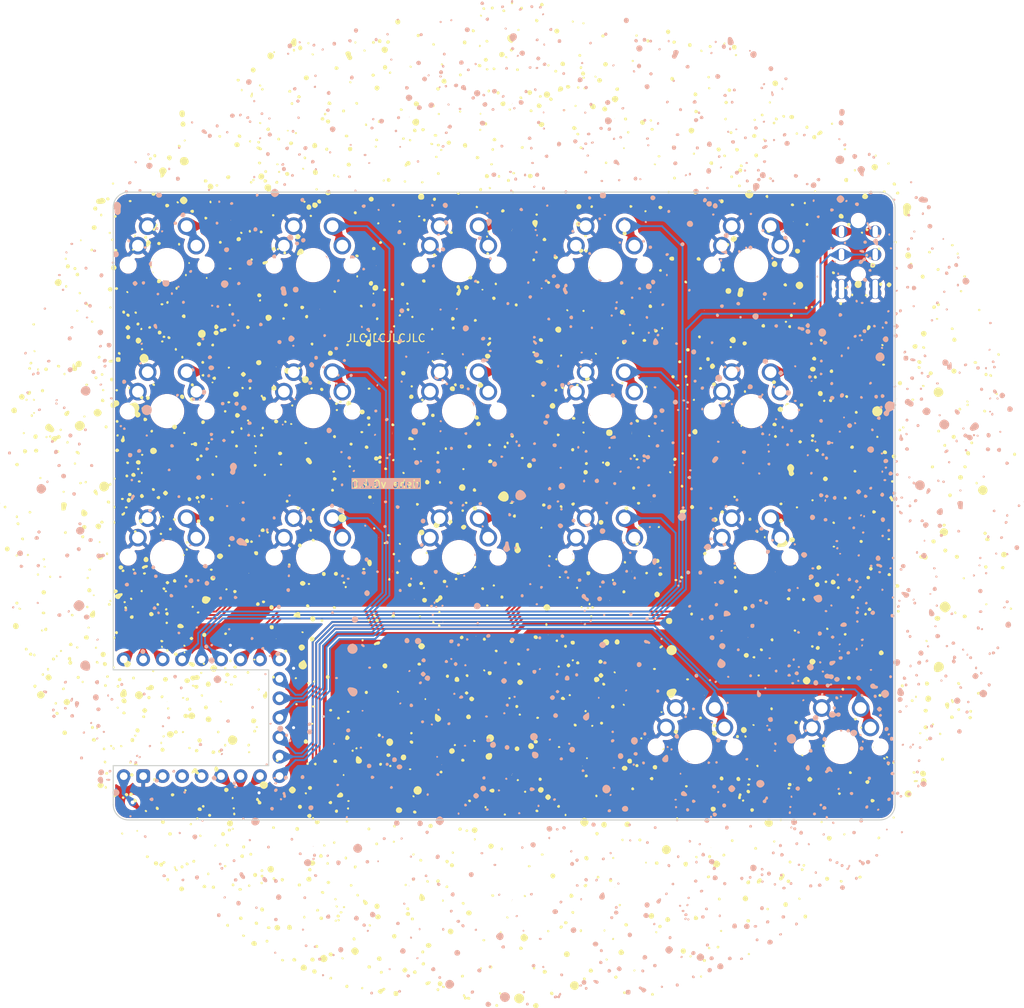
<source format=kicad_pcb>
(kicad_pcb (version 20240108) (generator "pcbnew") (generator_version "8.0")
  (title_block (title "risha") (rev "v1.0.0") (company "Unknown"))
  (layers (0 "F.Cu" signal) (31 "B.Cu" signal) (34 "B.Paste" user) (35 "F.Paste" user) (36 "B.SilkS" user "B.Silkscreen") (37 "F.SilkS" user "F.Silkscreen") (38 "B.Mask" user) (39 "F.Mask" user) (44 "Edge.Cuts" user))
  (net 0 "")
  (net 1 "+5V")
  (net 2 "GND")
  (net 3 "TX")
  (net 4 "K01")
  (net 5 "K02")
  (net 6 "K03")
  (net 7 "K04")
  (net 8 "K05")
  (net 9 "K06")
  (net 10 "K07")
  (net 11 "K08")
  (net 12 "K09")
  (net 13 "K10")
  (net 14 "K11")
  (net 15 "K12")
  (net 16 "K13")
  (net 17 "K14")
  (net 18 "K15")
  (net 19 "K16")
  (net 20 "K17")
  (footprint "risha:SW_MX_Reversible_1u" (layer "F.Cu") (at 133.35 76.2)
    (property "Reference" "MX8" (hide yes))
    (property "Value" "MX_SW_solder" (hide yes))
    (pad "" np_thru_hole circle (at -5.08 0) (size 1.75 1.75) (drill 1.75) (layers "*.Cu" "*.Mask"))
    (pad "" np_thru_hole circle (at 0 0) (size 3.9878 3.9878) (drill 3.9878) (layers "*.Cu" "*.Mask"))
    (pad "" np_thru_hole circle (at 5.08 0) (size 1.75 1.75) (drill 1.75) (layers "*.Cu" "*.Mask"))
    (pad "1" thru_hole circle (at 2.54 -5.08) (size 2.3 2.3) (drill 1.524) (layers "*.Cu" "*.Mask") (net 11 "K08"))
    (pad "1" thru_hole circle (at 3.81 -2.54) (size 2.3 2.3) (drill 1.524) (layers "*.Cu" "*.Mask") (net 11 "K08"))
    (pad "2" thru_hole circle (at -3.81 -2.54) (size 2.3 2.3) (drill 1.524) (layers "*.Cu" "*.Mask") (net 2 "GND"))
    (pad "2" thru_hole circle (at -2.54 -5.08) (size 2.3 2.3) (drill 1.524) (layers "*.Cu" "*.Mask") (net 2 "GND"))
  )
  (footprint "risha:SW_MX_Reversible_1u" (layer "F.Cu") (at 183.2 120.015)
    (property "Reference" "MX17" (hide yes))
    (property "Value" "MX_SW_solder" (hide yes))
    (pad "" np_thru_hole circle (at -5.08 0) (size 1.75 1.75) (drill 1.75) (layers "*.Cu" "*.Mask"))
    (pad "" np_thru_hole circle (at 0 0) (size 3.9878 3.9878) (drill 3.9878) (layers "*.Cu" "*.Mask"))
    (pad "" np_thru_hole circle (at 5.08 0) (size 1.75 1.75) (drill 1.75) (layers "*.Cu" "*.Mask"))
    (pad "1" thru_hole circle (at 2.54 -5.08) (size 2.3 2.3) (drill 1.524) (layers "*.Cu" "*.Mask") (net 20 "K17"))
    (pad "1" thru_hole circle (at 3.81 -2.54) (size 2.3 2.3) (drill 1.524) (layers "*.Cu" "*.Mask") (net 20 "K17"))
    (pad "2" thru_hole circle (at -3.81 -2.54) (size 2.3 2.3) (drill 1.524) (layers "*.Cu" "*.Mask") (net 2 "GND"))
    (pad "2" thru_hole circle (at -2.54 -5.08) (size 2.3 2.3) (drill 1.524) (layers "*.Cu" "*.Mask") (net 2 "GND"))
  )
  (footprint "risha:SW_MX_Reversible_1u" (layer "F.Cu") (at 114.3 95.25)
    (property "Reference" "MX4" (hide yes))
    (property "Value" "MX_SW_solder" (hide yes))
    (pad "" np_thru_hole circle (at -5.08 0) (size 1.75 1.75) (drill 1.75) (layers "*.Cu" "*.Mask"))
    (pad "" np_thru_hole circle (at 0 0) (size 3.9878 3.9878) (drill 3.9878) (layers "*.Cu" "*.Mask"))
    (pad "" np_thru_hole circle (at 5.08 0) (size 1.75 1.75) (drill 1.75) (layers "*.Cu" "*.Mask"))
    (pad "1" thru_hole circle (at 2.54 -5.08) (size 2.3 2.3) (drill 1.524) (layers "*.Cu" "*.Mask") (net 7 "K04"))
    (pad "1" thru_hole circle (at 3.81 -2.54) (size 2.3 2.3) (drill 1.524) (layers "*.Cu" "*.Mask") (net 7 "K04"))
    (pad "2" thru_hole circle (at -3.81 -2.54) (size 2.3 2.3) (drill 1.524) (layers "*.Cu" "*.Mask") (net 2 "GND"))
    (pad "2" thru_hole circle (at -2.54 -5.08) (size 2.3 2.3) (drill 1.524) (layers "*.Cu" "*.Mask") (net 2 "GND"))
  )
  (footprint "risha:SW_MX_Reversible_1u" (layer "F.Cu") (at 152.4 95.25)
    (property "Reference" "MX10" (hide yes))
    (property "Value" "MX_SW_solder" (hide yes))
    (pad "" np_thru_hole circle (at -5.08 0) (size 1.75 1.75) (drill 1.75) (layers "*.Cu" "*.Mask"))
    (pad "" np_thru_hole circle (at 0 0) (size 3.9878 3.9878) (drill 3.9878) (layers "*.Cu" "*.Mask"))
    (pad "" np_thru_hole circle (at 5.08 0) (size 1.75 1.75) (drill 1.75) (layers "*.Cu" "*.Mask"))
    (pad "1" thru_hole circle (at 2.54 -5.08) (size 2.3 2.3) (drill 1.524) (layers "*.Cu" "*.Mask") (net 13 "K10"))
    (pad "1" thru_hole circle (at 3.81 -2.54) (size 2.3 2.3) (drill 1.524) (layers "*.Cu" "*.Mask") (net 13 "K10"))
    (pad "2" thru_hole circle (at -3.81 -2.54) (size 2.3 2.3) (drill 1.524) (layers "*.Cu" "*.Mask") (net 2 "GND"))
    (pad "2" thru_hole circle (at -2.54 -5.08) (size 2.3 2.3) (drill 1.524) (layers "*.Cu" "*.Mask") (net 2 "GND"))
  )
  (footprint "risha:SW_MX_Reversible_1u" (layer "F.Cu") (at 95.25 57.15)
    (property "Reference" "MX3" (hide yes))
    (property "Value" "MX_SW_solder" (hide yes))
    (pad "" np_thru_hole circle (at -5.08 0) (size 1.75 1.75) (drill 1.75) (layers "*.Cu" "*.Mask"))
    (pad "" np_thru_hole circle (at 0 0) (size 3.9878 3.9878) (drill 3.9878) (layers "*.Cu" "*.Mask"))
    (pad "" np_thru_hole circle (at 5.08 0) (size 1.75 1.75) (drill 1.75) (layers "*.Cu" "*.Mask"))
    (pad "1" thru_hole circle (at 2.54 -5.08) (size 2.3 2.3) (drill 1.524) (layers "*.Cu" "*.Mask") (net 6 "K03"))
    (pad "1" thru_hole circle (at 3.81 -2.54) (size 2.3 2.3) (drill 1.524) (layers "*.Cu" "*.Mask") (net 6 "K03"))
    (pad "2" thru_hole circle (at -3.81 -2.54) (size 2.3 2.3) (drill 1.524) (layers "*.Cu" "*.Mask") (net 2 "GND"))
    (pad "2" thru_hole circle (at -2.54 -5.08) (size 2.3 2.3) (drill 1.524) (layers "*.Cu" "*.Mask") (net 2 "GND"))
  )
  (footprint "risha:SW_MX_Reversible_1u" (layer "F.Cu") (at 152.4 57.15)
    (property "Reference" "MX12" (hide yes))
    (property "Value" "MX_SW_solder" (hide yes))
    (pad "" np_thru_hole circle (at -5.08 0) (size 1.75 1.75) (drill 1.75) (layers "*.Cu" "*.Mask"))
    (pad "" np_thru_hole circle (at 0 0) (size 3.9878 3.9878) (drill 3.9878) (layers "*.Cu" "*.Mask"))
    (pad "" np_thru_hole circle (at 5.08 0) (size 1.75 1.75) (drill 1.75) (layers "*.Cu" "*.Mask"))
    (pad "1" thru_hole circle (at 2.54 -5.08) (size 2.3 2.3) (drill 1.524) (layers "*.Cu" "*.Mask") (net 15 "K12"))
    (pad "1" thru_hole circle (at 3.81 -2.54) (size 2.3 2.3) (drill 1.524) (layers "*.Cu" "*.Mask") (net 15 "K12"))
    (pad "2" thru_hole circle (at -3.81 -2.54) (size 2.3 2.3) (drill 1.524) (layers "*.Cu" "*.Mask") (net 2 "GND"))
    (pad "2" thru_hole circle (at -2.54 -5.08) (size 2.3 2.3) (drill 1.524) (layers "*.Cu" "*.Mask") (net 2 "GND"))
  )
  (footprint "risha:SW_MX_Reversible_1u" (layer "F.Cu") (at 171.45 76.2)
    (property "Reference" "MX14" (hide yes))
    (property "Value" "MX_SW_solder" (hide yes))
    (pad "" np_thru_hole circle (at -5.08 0) (size 1.75 1.75) (drill 1.75) (layers "*.Cu" "*.Mask"))
    (pad "" np_thru_hole circle (at 0 0) (size 3.9878 3.9878) (drill 3.9878) (layers "*.Cu" "*.Mask"))
    (pad "" np_thru_hole circle (at 5.08 0) (size 1.75 1.75) (drill 1.75) (layers "*.Cu" "*.Mask"))
    (pad "1" thru_hole circle (at 2.54 -5.08) (size 2.3 2.3) (drill 1.524) (layers "*.Cu" "*.Mask") (net 17 "K14"))
    (pad "1" thru_hole circle (at 3.81 -2.54) (size 2.3 2.3) (drill 1.524) (layers "*.Cu" "*.Mask") (net 17 "K14"))
    (pad "2" thru_hole circle (at -3.81 -2.54) (size 2.3 2.3) (drill 1.524) (layers "*.Cu" "*.Mask") (net 2 "GND"))
    (pad "2" thru_hole circle (at -2.54 -5.08) (size 2.3 2.3) (drill 1.524) (layers "*.Cu" "*.Mask") (net 2 "GND"))
  )
  (footprint "risha:SW_MX_Reversible_1u" (layer "F.Cu") (at 133.35 57.15)
    (property "Reference" "MX9" (hide yes))
    (property "Value" "MX_SW_solder" (hide yes))
    (pad "" np_thru_hole circle (at -5.08 0) (size 1.75 1.75) (drill 1.75) (layers "*.Cu" "*.Mask"))
    (pad "" np_thru_hole circle (at 0 0) (size 3.9878 3.9878) (drill 3.9878) (layers "*.Cu" "*.Mask"))
    (pad "" np_thru_hole circle (at 5.08 0) (size 1.75 1.75) (drill 1.75) (layers "*.Cu" "*.Mask"))
    (pad "1" thru_hole circle (at 2.54 -5.08) (size 2.3 2.3) (drill 1.524) (layers "*.Cu" "*.Mask") (net 12 "K09"))
    (pad "1" thru_hole circle (at 3.81 -2.54) (size 2.3 2.3) (drill 1.524) (layers "*.Cu" "*.Mask") (net 12 "K09"))
    (pad "2" thru_hole circle (at -3.81 -2.54) (size 2.3 2.3) (drill 1.524) (layers "*.Cu" "*.Mask") (net 2 "GND"))
    (pad "2" thru_hole circle (at -2.54 -5.08) (size 2.3 2.3) (drill 1.524) (layers "*.Cu" "*.Mask") (net 2 "GND"))
  )
  (footprint "risha:RP2040-Matrix_AH" (layer "F.Cu") (at 99.75 116.205 90)
    (property "Reference" "U1" (hide yes))
    (property "Value" "RP2040-Matrix")
    (pad "1" thru_hole circle (at -7.62 -10.16 90) (size 1.8 1.8) (drill 1) (layers "*.Cu" "B.Mask") (net 1 "+5V"))
    (pad "2" thru_hole roundrect (at -7.62 -7.62 90) (size 1.8 1.8) (drill 1) (layers "*.Cu" "B.Mask") (net 2 "GND"))
    (pad "3" thru_hole circle (at -7.62 -5.08 90) (size 1.8 1.8) (drill 1) (layers "*.Cu" "B.Mask"))
    (pad "4" thru_hole circle (at -7.62 -2.54 90) (size 1.8 1.8) (drill 1) (layers "*.Cu" "B.Mask"))
    (pad "5" thru_hole circle (at -7.62 0 90) (size 1.8 1.8) (drill 1) (layers "*.Cu" "B.Mask"))
    (pad "6" thru_hole circle (at -7.62 2.54 90) (size 1.8 1.8) (drill 1) (layers "*.Cu" "B.Mask") (net 18 "K15"))
    (pad "7" thru_hole circle (at -7.62 5.08 90) (size 1.8 1.8) (drill 1) (layers "*.Cu" "B.Mask") (net 17 "K14"))
    (pad "8" thru_hole circle (at -7.62 7.62 90) (size 1.8 1.8) (drill 1) (layers "*.Cu" "B.Mask") (net 16 "K13"))
    (pad "9" thru_hole circle (at -7.62 10.16 90) (size 1.8 1.8) (drill 1) (layers "*.Cu" "B.Mask") (net 19 "K16"))
    (pad "10" thru_hole circle (at 7.62 -10.16 90) (size 1.8 1.8) (drill 1) (layers "*.Cu" "B.Mask") (net 4 "K01"))
    (pad "11" thru_hole circle (at 7.62 -7.62 90) (size 1.8 1.8) (drill 1) (layers "*.Cu" "B.Mask") (net 5 "K02"))
    (pad "12" thru_hole circle (at 7.62 -5.08 90) (size 1.8 1.8) (drill 1) (layers "*.Cu" "B.Mask") (net 6 "K03"))
    (pad "13" thru_hole circle (at 7.62 -2.54 90) (size 1.8 1.8) (drill 1) (layers "*.Cu" "B.Mask") (net 7 "K04"))
    (pad "14" thru_hole circle (at 7.62 0 90) (size 1.8 1.8) (drill 1) (layers "*.Cu" "B.Mask") (net 8 "K05"))
    (pad "15" thru_hole circle (at 7.62 2.54 90) (size 1.8 1.8) (drill 1) (layers "*.Cu" "B.Mask") (net 9 "K06"))
    (pad "16" thru_hole circle (at 7.62 5.08 90) (size 1.8 1.8) (drill 1) (layers "*.Cu" "B.Mask") (net 10 "K07"))
    (pad "17" thru_hole circle (at 7.62 7.62 90) (size 1.8 1.8) (drill 1) (layers "*.Cu" "B.Mask") (net 11 "K08"))
    (pad "18" thru_hole circle (at 7.62 10.16 90) (size 1.8 1.8) (drill 1) (layers "*.Cu" "B.Mask") (net 12 "K09"))
    (pad "19" thru_hole circle (at -5.08 10.16 90) (size 1.8 1.8) (drill 1) (layers "*.Cu" "B.Mask") (net 20 "K17"))
    (pad "20" thru_hole circle (at -2.54 10.16 90) (size 1.8 1.8) (drill 1) (layers "*.Cu" "B.Mask") (net 3 "TX"))
    (pad "21" thru_hole circle (at 0 10.16 90) (size 1.8 1.8) (drill 1) (layers "*.Cu" "B.Mask") (net 15 "K12"))
    (pad "22" thru_hole circle (at 2.54 10.16 90) (size 1.8 1.8) (drill 1) (layers "*.Cu" "B.Mask") (net 14 "K11"))
    (pad "23" thru_hole circle (at 5.08 10.16 90) (size 1.8 1.8) (drill 1) (layers "*.Cu" "B.Mask") (net 13 "K10"))
  )
  (footprint "risha:north-sky-silk" (layer "F.Cu") (at 140.25 88.25 90)
    (property "Reference" "G***" (hide yes))
    (property "Value" "LOGO" (hide yes))
  )
  (footprint "risha:SW_MX_Reversible_1u" (layer "F.Cu") (at 171.45 57.15)
    (property "Reference" "MX15" (hide yes))
    (property "Value" "MX_SW_solder" (hide yes))
    (pad "" np_thru_hole circle (at -5.08 0) (size 1.75 1.75) (drill 1.75) (layers "*.Cu" "*.Mask"))
    (pad "" np_thru_hole circle (at 0 0) (size 3.9878 3.9878) (drill 3.9878) (layers "*.Cu" "*.Mask"))
    (pad "" np_thru_hole circle (at 5.08 0) (size 1.75 1.75) (drill 1.75) (layers "*.Cu" "*.Mask"))
    (pad "1" thru_hole circle (at 2.54 -5.08) (size 2.3 2.3) (drill 1.524) (layers "*.Cu" "*.Mask") (net 18 "K15"))
    (pad "1" thru_hole circle (at 3.81 -2.54) (size 2.3 2.3) (drill 1.524) (layers "*.Cu" "*.Mask") (net 18 "K15"))
    (pad "2" thru_hole circle (at -3.81 -2.54) (size 2.3 2.3) (drill 1.524) (layers "*.Cu" "*.Mask") (net 2 "GND"))
    (pad "2" thru_hole circle (at -2.54 -5.08) (size 2.3 2.3) (drill 1.524) (layers "*.Cu" "*.Mask") (net 2 "GND"))
  )
  (footprint "risha:SW_MX_Reversible_1u" (layer "F.Cu") (at 171.45 95.25)
    (property "Reference" "MX13" (hide yes))
    (property "Value" "MX_SW_solder" (hide yes))
    (pad "" np_thru_hole circle (at -5.08 0) (size 1.75 1.75) (drill 1.75) (layers "*.Cu" "*.Mask"))
    (pad "" np_thru_hole circle (at 0 0) (size 3.9878 3.9878) (drill 3.9878) (layers "*.Cu" "*.Mask"))
    (pad "" np_thru_hole circle (at 5.08 0) (size 1.75 1.75) (drill 1.75) (layers "*.Cu" "*.Mask"))
    (pad "1" thru_hole circle (at 2.54 -5.08) (size 2.3 2.3) (drill 1.524) (layers "*.Cu" "*.Mask") (net 16 "K13"))
    (pad "1" thru_hole circle (at 3.81 -2.54) (size 2.3 2.3) (drill 1.524) (layers "*.Cu" "*.Mask") (net 16 "K13"))
    (pad "2" thru_hole circle (at -3.81 -2.54) (size 2.3 2.3) (drill 1.524) (layers "*.Cu" "*.Mask") (net 2 "GND"))
    (pad "2" thru_hole circle (at -2.54 -5.08) (size 2.3 2.3) (drill 1.524) (layers "*.Cu" "*.Mask") (net 2 "GND"))
  )
  (footprint "risha:SW_MX_Reversible_1u" (layer "F.Cu") (at 133.35 95.25)
    (property "Reference" "MX7" (hide yes))
    (property "Value" "MX_SW_solder" (hide yes))
    (pad "" np_thru_hole circle (at -5.08 0) (size 1.75 1.75) (drill 1.75) (layers "*.Cu" "*.Mask"))
    (pad "" np_thru_hole circle (at 0 0) (size 3.9878 3.9878) (drill 3.9878) (layers "*.Cu" "*.Mask"))
    (pad "" np_thru_hole circle (at 5.08 0) (size 1.75 1.75) (drill 1.75) (layers "*.Cu" "*.Mask"))
    (pad "1" thru_hole circle (at 2.54 -5.08) (size 2.3 2.3) (drill 1.524) (layers "*.Cu" "*.Mask") (net 10 "K07"))
    (pad "1" thru_hole circle (at 3.81 -2.54) (size 2.3 2.3) (drill 1.524) (layers "*.Cu" "*.Mask") (net 10 "K07"))
    (pad "2" thru_hole circle (at -3.81 -2.54) (size 2.3 2.3) (drill 1.524) (layers "*.Cu" "*.Mask") (net 2 "GND"))
    (pad "2" thru_hole circle (at -2.54 -5.08) (size 2.3 2.3) (drill 1.524) (layers "*.Cu" "*.Mask") (net 2 "GND"))
  )
  (footprint "risha:SW_MX_Reversible_1u" (layer "F.Cu") (at 114.3 76.2)
    (property "Reference" "MX5" (hide yes))
    (property "Value" "MX_SW_solder" (hide yes))
    (pad "" np_thru_hole circle (at -5.08 0) (size 1.75 1.75) (drill 1.75) (layers "*.Cu" "*.Mask"))
    (pad "" np_thru_hole circle (at 0 0) (size 3.9878 3.9878) (drill 3.9878) (layers "*.Cu" "*.Mask"))
    (pad "" np_thru_hole circle (at 5.08 0) (size 1.75 1.75) (drill 1.75) (layers "*.Cu" "*.Mask"))
    (pad "1" thru_hole circle (at 2.54 -5.08) (size 2.3 2.3) (drill 1.524) (layers "*.Cu" "*.Mask") (net 8 "K05"))
    (pad "1" thru_hole circle (at 3.81 -2.54) (size 2.3 2.3) (drill 1.524) (layers "*.Cu" "*.Mask") (net 8 "K05"))
    (pad "2" thru_hole circle (at -3.81 -2.54) (size 2.3 2.3) (drill 1.524) (layers "*.Cu" "*.Mask") (net 2 "GND"))
    (pad "2" thru_hole circle (at -2.54 -5.08) (size 2.3 2.3) (drill 1.524) (layers "*.Cu" "*.Mask") (net 2 "GND"))
  )
  (footprint "risha:SW_MX_Reversible_1u" (layer "F.Cu") (at 114.3 57.15)
    (property "Reference" "MX6" (hide yes))
    (property "Value" "MX_SW_solder" (hide yes))
    (pad "" np_thru_hole circle (at -5.08 0) (size 1.75 1.75) (drill 1.75) (layers "*.Cu" "*.Mask"))
    (pad "" np_thru_hole circle (at 0 0) (size 3.9878 3.9878) (drill 3.9878) (layers "*.Cu" "*.Mask"))
    (pad "" np_thru_hole circle (at 5.08 0) (size 1.75 1.75) (drill 1.75) (layers "*.Cu" "*.Mask"))
    (pad "1" thru_hole circle (at 2.54 -5.08) (size 2.3 2.3) (drill 1.524) (layers "*.Cu" "*.Mask") (net 9 "K06"))
    (pad "1" thru_hole circle (at 3.81 -2.54) (size 2.3 2.3) (drill 1.524) (layers "*.Cu" "*.Mask") (net 9 "K06"))
    (pad "2" thru_hole circle (at -3.81 -2.54) (size 2.3 2.3) (drill 1.524) (layers "*.Cu" "*.Mask") (net 2 "GND"))
    (pad "2" thru_hole circle (at -2.54 -5.08) (size 2.3 2.3) (drill 1.524) (layers "*.Cu" "*.Mask") (net 2 "GND"))
  )
  (footprint "risha:SW_MX_Reversible_1u" (layer "F.Cu") (at 164.15 120.015)
    (property "Reference" "MX16" (hide yes))
    (property "Value" "MX_SW_solder" (hide yes))
    (pad "" np_thru_hole circle (at -5.08 0) (size 1.75 1.75) (drill 1.75) (layers "*.Cu" "*.Mask"))
    (pad "" np_thru_hole circle (at 0 0) (size 3.9878 3.9878) (drill 3.9878) (layers "*.Cu" "*.Mask"))
    (pad "" np_thru_hole circle (at 5.08 0) (size 1.75 1.75) (drill 1.75) (layers "*.Cu" "*.Mask"))
    (pad "1" thru_hole circle (at 2.54 -5.08) (size 2.3 2.3) (drill 1.524) (layers "*.Cu" "*.Mask") (net 19 "K16"))
    (pad "1" thru_hole circle (at 3.81 -2.54) (size 2.3 2.3) (drill 1.524) (layers "*.Cu" "*.Mask") (net 19 "K16"))
    (pad "2" thru_hole circle (at -3.81 -2.54) (size 2.3 2.3) (drill 1.524) (layers "*.Cu" "*.Mask") (net 2 "GND"))
    (pad "2" thru_hole circle (at -2.54 -5.08) (size 2.3 2.3) (drill 1.524) (layers "*.Cu" "*.Mask") (net 2 "GND"))
  )
  (footprint "risha:SW_MX_Reversible_1u" (layer "F.Cu") (at 95.25 95.25)
    (property "Reference" "MX1" (hide yes))
    (property "Value" "MX_SW_solder" (hide yes))
    (pad "" np_thru_hole circle (at -5.08 0) (size 1.75 1.75) (drill 1.75) (layers "*.Cu" "*.Mask"))
    (pad "" np_thru_hole circle (at 0 0) (size 3.9878 3.9878) (drill 3.9878) (layers "*.Cu" "*.Mask"))
    (pad "" np_thru_hole circle (at 5.08 0) (size 1.75 1.75) (drill 1.75) (layers "*.Cu" "*.Mask"))
    (pad "1" thru_hole circle (at 2.54 -5.08) (size 2.3 2.3) (drill 1.524) (layers "*.Cu" "*.Mask") (net 4 "K01"))
    (pad "1" thru_hole circle (at 3.81 -2.54) (size 2.3 2.3) (drill 1.524) (layers "*.Cu" "*.Mask") (net 4 "K01"))
    (pad "2" thru_hole circle (at -3.81 -2.54) (size 2.3 2.3) (drill 1.524) (layers "*.Cu" "*.Mask") (net 2 "GND"))
    (pad "2" thru_hole circle (at -2.54 -5.08) (size 2.3 2.3) (drill 1.524) (layers "*.Cu" "*.Mask") (net 2 "GND"))
  )
  (footprint "risha:PJ-320A_Reversible" (layer "F.Cu") (at 187.6425 47.625 -90)
    (property "Reference" "J1" (hide yes))
    (property "Value" "PJ-320A")
    (pad "" np_thru_hole circle (at 3.7 2.2 270) (size 1.5 1.5) (drill 1.5) (layers "*.Cu"))
    (pad "" np_thru_hole circle (at 10.7 2.2 270) (size 1.5 1.5) (drill 1.5) (layers "*.Cu"))
    (pad "1" thru_hole circle (at 13.15 0 270) (size 1.6 1.6) (drill oval 1.5 0.7) (layers "*.Cu" "*.Mask") (net 2 "GND"))
    (pad "1" thru_hole circle (at 13.15 4.4 270) (size 1.6 1.6) (drill oval 1.5 0.7) (layers "*.Cu" "*.Mask") (net 2 "GND"))
    (pad "2" thru_hole circle (at 12.15 0 270) (size 1.6 1.6) (drill oval 1.5 0.7) (layers "*.Cu" "*.Mask") (net 2 "GND"))
    (pad "2" thru_hole circle (at 12.15 4.4 270) (size 1.6 1.6) (drill oval 1.5 0.7) (layers "*.Cu" "*.Mask") (net 2 "GND"))
    (pad "3" thru_hole circle (at 8.15 0 270) (size 1.6 1.6) (drill oval 1.5 0.7) (layers "*.Cu" "*.Mask") (net 3 "TX"))
    (pad "3" thru_hole circle (at 8.15 4.4 270) (size 1.6 1.6) (drill oval 1.5 0.7) (layers "*.Cu" "*.Mask") (net 3 "TX"))
    (pad "4" thru_hole circle (at 5.15 0 270) (size 1.6 1.6) (drill oval 1.5 0.7) (layers "*.Cu" "*.Mask") (net 1 "+5V"))
    (pad "4" thru_hole circle (at 5.15 4.4 270) (size 1.6 1.6) (drill oval 1.5 0.7) (layers "*.Cu" "*.Mask") (net 1 "+5V"))
  )
  (footprint "risha:SW_MX_Reversible_1u" (layer "F.Cu") (at 95.25 76.2)
    (property "Reference" "MX2" (hide yes))
    (property "Value" "MX_SW_solder" (hide yes))
    (pad "" np_thru_hole circle (at -5.08 0) (size 1.75 1.75) (drill 1.75) (layers "*.Cu" "*.Mask"))
    (pad "" np_thru_hole circle (at 0 0) (size 3.9878 3.9878) (drill 3.9878) (layers "*.Cu" "*.Mask"))
    (pad "" np_thru_hole circle (at 5.08 0) (size 1.75 1.75) (drill 1.75) (layers "*.Cu" "*.Mask"))
    (pad "1" thru_hole circle (at 2.54 -5.08) (size 2.3 2.3) (drill 1.524) (layers "*.Cu" "*.Mask") (net 5 "K02"))
    (pad "1" thru_hole circle (at 3.81 -2.54) (size 2.3 2.3) (drill 1.524) (layers "*.Cu" "*.Mask") (net 5 "K02"))
    (pad "2" thru_hole circle (at -3.81 -2.54) (size 2.3 2.3) (drill 1.524) (layers "*.Cu" "*.Mask") (net 2 "GND"))
    (pad "2" thru_hole circle (at -2.54 -5.08) (size 2.3 2.3) (drill 1.524) (layers "*.Cu" "*.Mask") (net 2 "GND"))
  )
  (footprint "risha:SW_MX_Reversible_1u" (layer "F.Cu") (at 152.4 76.2)
    (property "Reference" "MX11" (hide yes))
    (property "Value" "MX_SW_solder" (hide yes))
    (pad "" np_thru_hole circle (at -5.08 0) (size 1.75 1.75) (drill 1.75) (layers "*.Cu" "*.Mask"))
    (pad "" np_thru_hole circle (at 0 0) (size 3.9878 3.9878) (drill 3.9878) (layers "*.Cu" "*.Mask"))
    (pad "" np_thru_hole circle (at 5.08 0) (size 1.75 1.75) (drill 1.75) (layers "*.Cu" "*.Mask"))
    (pad "1" thru_hole circle (at 2.54 -5.08) (size 2.3 2.3) (drill 1.524) (layers "*.Cu" "*.Mask") (net 14 "K11"))
    (pad "1" thru_hole circle (at 3.81 -2.54) (size 2.3 2.3) (drill 1.524) (layers "*.Cu" "*.Mask") (net 14 "K11"))
    (pad "2" thru_hole circle (at -3.81 -2.54) (size 2.3 2.3) (drill 1.524) (layers "*.Cu" "*.Mask") (net 2 "GND"))
    (pad "2" thru_hole circle (at -2.54 -5.08) (size 2.3 2.3) (drill 1.524) (layers "*.Cu" "*.Mask") (net 2 "GND"))
  )
  (footprint "risha:north-sky-silk" (layer "B.Cu") (at 140.262595 88.075761 90)
    (property "Reference" "G***" (hide yes))
    (property "Value" "LOGO" (hide yes))
  )
  (gr_arc (start 88.225 49.625) (mid 88.810786 48.210786) (end 90.225 47.625) (stroke (width 0.15)) (layer "Edge.Cuts"))
  (gr_arc (start 188.225 47.625) (mid 189.639214 48.210786) (end 190.225 49.625) (stroke (width 0.15)) (layer "Edge.Cuts"))
  (gr_line (start 108.5 109.955) (end 88.225 109.955) (stroke (width 0.15)) (layer "Edge.Cuts"))
  (gr_line (start 108.5 122.455) (end 108.5 109.955) (stroke (width 0.15)) (layer "Edge.Cuts"))
  (gr_arc (start 90.225 129.54) (mid 88.810786 128.954214) (end 88.225 127.54) (stroke (width 0.15)) (layer "Edge.Cuts"))
  (gr_line (start 88.225 122.455) (end 108.5 122.455) (stroke (width 0.15)) (layer "Edge.Cuts"))
  (gr_arc (start 190.225 127.54) (mid 189.639214 128.954214) (end 188.225 129.54) (stroke (width 0.15)) (layer "Edge.Cuts"))
  (gr_line (start 88.225 127.54) (end 88.225 122.455) (stroke (width 0.15)) (layer "Edge.Cuts"))
  (gr_line (start 90.225 47.625) (end 188.225 47.625) (stroke (width 0.15)) (layer "Edge.Cuts"))
  (gr_line (start 190.225 49.625) (end 190.225 127.54) (stroke (width 0.15)) (layer "Edge.Cuts"))
  (gr_line (start 188.225 129.54) (end 90.225 129.54) (stroke (width 0.15)) (layer "Edge.Cuts"))
  (gr_line (start 88.225 109.955) (end 88.225 49.625) (stroke (width 0.15)) (layer "Edge.Cuts"))
  (gr_text "risha v0.4.0" (at 123.825 85.725 0) (layer "B.SilkS" knockout) (effects (font (size 1 1)) (justify mirror)))
  (gr_text "JLCJLCJLCJLC" (at 123.825 66.675 0) (layer "F.SilkS") (effects (font (size 1 1))))
  (gr_text "risha v0.4.0" (at 123.825 85.725 0) (layer "F.SilkS" knockout) (effects (font (size 1 1))))
  (segment (start 115.825 125.652386) (end 113.152386 128.325) (width 0.5) (layer "F.Cu") (net 1))
  (segment (start 183.2425 52.775) (end 181.725 52.775) (width 0.5) (layer "F.Cu") (net 1))
  (segment (start 181.175 53.325) (end 181.175 101.029594) (width 0.5) (layer "F.Cu") (net 1))
  (segment (start 113.152386 128.325) (end 91.825 128.325) (width 0.5) (layer "F.Cu") (net 1))
  (segment (start 140.588782 105.275) (end 117.452386 105.275) (width 0.5) (layer "F.Cu") (net 1))
  (segment (start 91.825 128.325) (end 90.75 127.25) (width 0.5) (layer "F.Cu") (net 1))
  (segment (start 181.725 52.775) (end 181.175 53.325) (width 0.5) (layer "F.Cu") (net 1))
  (segment (start 178.279594 103.925) (end 141.938782 103.925) (width 0.5) (layer "F.Cu") (net 1))
  (segment (start 181.175 101.029594) (end 178.279594 103.925) (width 0.5) (layer "F.Cu") (net 1))
  (segment (start 115.825 106.902386) (end 115.825 125.652386) (width 0.5) (layer "F.Cu") (net 1))
  (segment (start 183.2425 52.775) (end 187.6425 52.775) (width 0.5) (layer "F.Cu") (net 1))
  (segment (start 117.452386 105.275) (end 115.825 106.902386) (width 0.5) (layer "F.Cu") (net 1))
  (segment (start 141.938782 103.925) (end 140.588782 105.275) (width 0.5) (layer "F.Cu") (net 1))
  (via (at 90.75 127.25) (size 1) (drill 0.5) (layers "F.Cu" "B.Cu") (net 1))
  (segment (start 89.59 126.09) (end 90.75 127.25) (width 0.5) (layer "B.Cu") (net 1))
  (segment (start 89.59 123.825) (end 89.59 126.09) (width 0.5) (layer "B.Cu") (net 1))
  (via (at 107.25 126) (size 0.8) (drill 0.4) (layers "F.Cu" "B.Cu") (net 2))
  (via (at 111.75 109.75) (size 0.8) (drill 0.4) (layers "F.Cu" "B.Cu") (net 2))
  (via (at 111.75 117.5) (size 0.8) (drill 0.4) (layers "F.Cu" "B.Cu") (net 2))
  (via (at 103.5 106.75) (size 0.8) (drill 0.4) (layers "F.Cu" "B.Cu") (net 2))
  (segment (start 183.2425 55.775) (end 187.6425 55.775) (width 0.25) (layer "B.Cu") (net 3))
  (segment (start 181.775 55.775) (end 183.2425 55.775) (width 0.25) (layer "B.Cu") (net 3))
  (segment (start 112 120.835) (end 112.778604 120.835) (width 0.25) (layer "B.Cu") (net 3))
  (segment (start 117.359188 105.05) (end 121.995584 105.05) (width 0.25) (layer "B.Cu") (net 3))
  (segment (start 162.95 65.5) (end 163 65.5) (width 0.25) (layer "B.Cu") (net 3))
  (segment (start 163 65.5) (end 165 63.5) (width 0.25) (layer "B.Cu") (net 3))
  (segment (start 112.778604 120.835) (end 114.25 119.363604) (width 0.25) (layer "B.Cu") (net 3))
  (segment (start 109.91 118.745) (end 112 120.835) (width 0.25) (layer "B.Cu") (net 3))
  (segment (start 165 63.5) (end 178.75 63.5) (width 0.25) (layer "B.Cu") (net 3))
  (segment (start 114.25 119.363604) (end 114.25 113.659188) (width 0.25) (layer "B.Cu") (net 3))
  (segment (start 180.5 57.05) (end 181.775 55.775) (width 0.25) (layer "B.Cu") (net 3))
  (segment (start 114.25 113.659188) (end 115.6 112.309188) (width 0.25) (layer "B.Cu") (net 3))
  (segment (start 162.95 99.436396) (end 162.95 65.5) (width 0.25) (layer "B.Cu") (net 3))
  (segment (start 115.6 106.809188) (end 117.359188 105.05) (width 0.25) (layer "B.Cu") (net 3))
  (segment (start 180.5 61.75) (end 180.5 57.05) (width 0.25) (layer "B.Cu") (net 3))
  (segment (start 158.686396 103.7) (end 162.95 99.436396) (width 0.25) (layer "B.Cu") (net 3))
  (segment (start 123.345584 103.7) (end 158.686396 103.7) (width 0.25) (layer "B.Cu") (net 3))
  (segment (start 121.995584 105.05) (end 123.345584 103.7) (width 0.25) (layer "B.Cu") (net 3))
  (segment (start 115.6 112.309188) (end 115.6 106.809188) (width 0.25) (layer "B.Cu") (net 3))
  (segment (start 178.75 63.5) (end 180.5 61.75) (width 0.25) (layer "B.Cu") (net 3))
  (segment (start 101.627208 102.35) (end 94.377208 102.35) (width 0.25) (layer "F.Cu") (net 4))
  (segment (start 102.42 90.17) (end 104.35 92.1) (width 0.25) (layer "F.Cu") (net 4))
  (segment (start 97.79 90.17) (end 102.42 90.17) (width 0.25) (layer "F.Cu") (net 4))
  (segment (start 94.377208 102.35) (end 91.68 105.047208) (width 0.25) (layer "F.Cu") (net 4))
  (segment (start 91.68 105.047208) (end 91.68 106.495) (width 0.25) (layer "F.Cu") (net 4))
  (segment (start 104.35 92.1) (end 104.35 99.627208) (width 0.25) (layer "F.Cu") (net 4))
  (segment (start 91.68 106.495) (end 89.59 108.585) (width 0.25) (layer "F.Cu") (net 4))
  (segment (start 104.35 99.627208) (end 101.627208 102.35) (width 0.25) (layer "F.Cu") (net 4))
  (segment (start 97.79 90.17) (end 99.06 91.44) (width 0.25) (layer "B.Cu") (net 4))
  (segment (start 99.06 91.44) (end 99.06 92.71) (width 0.25) (layer "B.Cu") (net 4))
  (segment (start 104.8 99.813604) (end 101.813604 102.8) (width 0.25) (layer "F.Cu") (net 5))
  (segment (start 97.79 71.12) (end 102.42 71.12) (width 0.25) (layer "F.Cu") (net 5))
  (segment (start 104.8 73.5) (end 104.8 99.813604) (width 0.25) (layer "F.Cu") (net 5))
  (segment (start 92.13 105.233604) (end 92.13 108.585) (width 0.25) (layer "F.Cu") (net 5))
  (segment (start 102.42 71.12) (end 104.8 73.5) (width 0.25) (layer "F.Cu") (net 5))
  (segment (start 94.563604 102.8) (end 92.13 105.233604) (width 0.25) (layer "F.Cu") (net 5))
  (segment (start 101.813604 102.8) (end 94.563604 102.8) (width 0.25) (layer "F.Cu") (net 5))
  (segment (start 99.06 72.39) (end 99.06 73.66) (width 0.25) (layer "B.Cu") (net 5))
  (segment (start 97.79 71.12) (end 99.06 72.39) (width 0.25) (layer "B.Cu") (net 5))
  (segment (start 105.25 100) (end 105.25 55) (width 0.25) (layer "F.Cu") (net 6))
  (segment (start 94.67 108.585) (end 92.58 106.495) (width 0.25) (layer "F.Cu") (net 6))
  (segment (start 94.75 103.25) (end 102 103.25) (width 0.25) (layer "F.Cu") (net 6))
  (segment (start 97.79 52.07) (end 102.32 52.07) (width 0.25) (layer "F.Cu") (net 6))
  (segment (start 102 103.25) (end 105.25 100) (width 0.25) (layer "F.Cu") (net 6))
  (segment (start 92.58 105.42) (end 94.75 103.25) (width 0.25) (layer "F.Cu") (net 6))
  (segment (start 102.32 52.07) (end 105.25 55) (width 0.25) (layer "F.Cu") (net 6))
  (segment (start 92.58 106.495) (end 92.58 105.42) (width 0.25) (layer "F.Cu") (net 6))
  (segment (start 99.06 53.34) (end 99.06 54.61) (width 0.25) (layer "B.Cu") (net 6))
  (segment (start 97.79 52.07) (end 99.06 53.34) (width 0.25) (layer "B.Cu") (net 6))
  (segment (start 116.84 90.17) (end 118.11 91.44) (width 0.25) (layer "F.Cu") (net 7))
  (segment (start 118.11 91.44) (end 118.11 92.71) (width 0.25) (layer "F.Cu") (net 7))
  (segment (start 123.35 92.1) (end 123.35 99.877208) (width 0.25) (layer "B.Cu") (net 7))
  (segment (start 97.21 108.585) (end 99.3 106.495) (width 0.25) (layer "B.Cu") (net 7))
  (segment (start 120.877208 102.35) (end 123.35 99.877208) (width 0.25) (layer "B.Cu") (net 7))
  (segment (start 99.3 106.495) (end 99.3 105.177208) (width 0.25) (layer "B.Cu") (net 7))
  (segment (start 102.127208 102.35) (end 120.877208 102.35) (width 0.25) (layer "B.Cu") (net 7))
  (segment (start 99.3 105.177208) (end 102.127208 102.35) (width 0.25) (layer "B.Cu") (net 7))
  (segment (start 116.84 90.17) (end 121.42 90.17) (width 0.25) (layer "B.Cu") (net 7))
  (segment (start 121.42 90.17) (end 123.35 92.1) (width 0.25) (layer "B.Cu") (net 7))
  (segment (start 116.84 71.12) (end 118.11 72.39) (width 0.25) (layer "F.Cu") (net 8))
  (segment (start 118.11 72.39) (end 118.11 73.66) (width 0.25) (layer "F.Cu") (net 8))
  (segment (start 102.313604 102.8) (end 121.063604 102.8) (width 0.25) (layer "B.Cu") (net 8))
  (segment (start 116.84 71.12) (end 121.37 71.12) (width 0.25) (layer "B.Cu") (net 8))
  (segment (start 123.8 73.55) (end 123.8 100.063604) (width 0.25) (layer "B.Cu") (net 8))
  (segment (start 99.75 105.363604) (end 99.75 108.585) (width 0.25) (layer "B.Cu") (net 8))
  (segment (start 102.313604 102.8) (end 99.75 105.363604) (width 0.25) (layer "B.Cu") (net 8))
  (segment (start 121.063604 102.8) (end 123.8 100.063604) (width 0.25) (layer "B.Cu") (net 8))
  (segment (start 121.37 71.12) (end 123.8 73.55) (width 0.25) (layer "B.Cu") (net 8))
  (segment (start 116.84 52.07) (end 118.11 53.34) (width 0.25) (layer "F.Cu") (net 9))
  (segment (start 118.11 53.34) (end 118.11 54.61) (width 0.25) (layer "F.Cu") (net 9))
  (segment (start 124.25 55) (end 121.875 52.625) (width 0.25) (layer "B.Cu") (net 9))
  (segment (start 124.25 55) (end 124.25 100.25) (width 0.25) (layer "B.Cu") (net 9))
  (segment (start 100.205 106.5) (end 102.29 108.585) (width 0.25) (layer "B.Cu") (net 9))
  (segment (start 121.32 52.07) (end 121.875 52.625) (width 0.25) (layer "B.Cu") (net 9))
  (segment (start 121.875 52.625) (end 123.25 54) (width 0.25) (layer "B.Cu") (net 9))
  (segment (start 121.25 103.25) (end 102.5 103.25) (width 0.25) (layer "B.Cu") (net 9))
  (segment (start 116.84 52.07) (end 121.32 52.07) (width 0.25) (layer "B.Cu") (net 9))
  (segment (start 123.25 54) (end 124.25 55) (width 0.25) (layer "B.Cu") (net 9))
  (segment (start 102.5 103.25) (end 100.2 105.55) (width 0.25) (layer "B.Cu") (net 9))
  (segment (start 100.2 105.55) (end 100.2 106.5) (width 0.25) (layer "B.Cu") (net 9))
  (segment (start 124.25 100.25) (end 121.25 103.25) (width 0.25) (layer "B.Cu") (net 9))
  (segment (start 100.2 106.5) (end 100.205 106.5) (width 0.25) (layer "B.Cu") (net 9))
  (segment (start 106.92 106.495) (end 106.92 105.193604) (width 0.25) (layer "F.Cu") (net 10))
  (segment (start 106.92 105.193604) (end 109.763604 102.35) (width 0.25) (layer "F.Cu") (net 10))
  (segment (start 104.83 108.585) (end 106.92 106.495) (width 0.25) (layer "F.Cu") (net 10))
  (segment (start 142.35 92.1) (end 140.42 90.17) (width 0.25) (layer "F.Cu") (net 10))
  (segment (start 109.763604 102.35) (end 139.377208 102.35) (width 0.25) (layer "F.Cu") (net 10))
  (segment (start 140.42 90.17) (end 135.89 90.17) (width 0.25) (layer "F.Cu") (net 10))
  (segment (start 139.377208 102.35) (end 142.35 99.377208) (width 0.25) (layer "F.Cu") (net 10))
  (segment (start 142.35 99.377208) (end 142.35 92.1) (width 0.25) (layer "F.Cu") (net 10))
  (segment (start 135.89 90.17) (end 137.16 91.44) (width 0.25) (layer "B.Cu") (net 10))
  (segment (start 137.16 91.44) (end 137.16 92.71) (width 0.25) (layer "B.Cu") (net 10))
  (segment (start 142.8 99.563604) (end 142.8 73.55) (width 0.25) (layer "F.Cu") (net 11))
  (segment (start 142.8 73.55) (end 140.37 71.12) (width 0.25) (layer "F.Cu") (net 11))
  (segment (start 107.37 105.38) (end 109.95 102.8) (width 0.25) (layer "F.Cu") (net 11))
  (segment (start 140.37 71.12) (end 135.89 71.12) (width 0.25) (layer "F.Cu") (net 11))
  (segment (start 107.37 108.585) (end 107.37 105.38) (width 0.25) (layer "F.Cu") (net 11))
  (segment (start 109.95 102.8) (end 139.563604 102.8) (width 0.25) (layer "F.Cu") (net 11))
  (segment (start 139.563604 102.8) (end 142.8 99.563604) (width 0.25) (layer "F.Cu") (net 11))
  (segment (start 137.16 72.39) (end 137.16 73.66) (width 0.25) (layer "B.Cu") (net 11))
  (segment (start 135.89 71.12) (end 137.16 72.39) (width 0.25) (layer "B.Cu") (net 11))
  (segment (start 135.89 52.07) (end 140.57 52.07) (width 0.25) (layer "F.Cu") (net 12))
  (segment (start 110.136396 103.25) (end 107.82 105.566396) (width 0.25) (layer "F.Cu") (net 12))
  (segment (start 107.825 106.5) (end 109.91 108.585) (width 0.25) (layer "F.Cu") (net 12))
  (segment (start 107.82 106.5) (end 107.825 106.5) (width 0.25) (layer "F.Cu") (net 12))
  (segment (start 143.25 99.75) (end 139.75 103.25) (width 0.25) (layer "F.Cu") (net 12))
  (segment (start 143.25 54.75) (end 143.25 99.75) (width 0.25) (layer "F.Cu") (net 12))
  (segment (start 107.82 105.566396) (end 107.82 106.5) (width 0.25) (layer "F.Cu") (net 12))
  (segment (start 139.75 103.25) (end 110.136396 103.25) (width 0.25) (layer "F.Cu") (net 12))
  (segment (start 140.57 52.07) (end 143.25 54.75) (width 0.25) (layer "F.Cu") (net 12))
  (segment (start 137.16 53.34) (end 137.16 54.61) (width 0.25) (layer "B.Cu") (net 12))
  (segment (start 135.89 52.07) (end 137.16 53.34) (width 0.25) (layer "B.Cu") (net 12))
  (segment (start 156.21 91.44) (end 156.21 92.71) (width 0.25) (layer "F.Cu") (net 13))
  (segment (start 154.94 90.17) (end 156.21 91.44) (width 0.25) (layer "F.Cu") (net 13))
  (segment (start 122.786396 102.35) (end 121.436396 103.7) (width 0.25) (layer "B.Cu") (net 13))
  (segment (start 116.8 103.7) (end 114.25 106.25) (width 0.25) (layer "B.Cu") (net 13))
  (segment (start 112.785 113.215) (end 112 113.215) (width 0.25) (layer "B.Cu") (net 13))
  (segment (start 161.6 92.1) (end 161.6 98.877208) (width 0.25) (layer "B.Cu") (net 13))
  (segment (start 121.436396 103.7) (end 116.8 103.7) (width 0.25) (layer "B.Cu") (net 13))
  (segment (start 114.25 106.25) (end 114.25 111.75) (width 0.25) (layer "B.Cu") (net 13))
  (segment (start 158.127208 102.35) (end 122.786396 102.35) (width 0.25) (layer "B.Cu") (net 13))
  (segment (start 154.94 90.17) (end 159.67 90.17) (width 0.25) (layer "B.Cu") (net 13))
  (segment (start 161.6 98.877208) (end 158.127208 102.35) (width 0.25) (layer "B.Cu") (net 13))
  (segment (start 112 113.215) (end 109.91 111.125) (width 0.25) (layer "B.Cu") (net 13))
  (segment (start 114.25 111.75) (end 112.785 113.215) (width 0.25) (layer "B.Cu") (net 13))
  (segment (start 159.67 90.17) (end 161.6 92.1) (width 0.25) (layer "B.Cu") (net 13))
  (segment (start 156.21 72.39) (end 156.21 73.66) (width 0.25) (layer "F.Cu") (net 14))
  (segment (start 154.94 71.12) (end 156.21 72.39) (width 0.25) (layer "F.Cu") (net 14))
  (segment (start 154.94 71.12) (end 159.67 71.12) (width 0.25) (layer "B.Cu") (net 14))
  (segment (start 116.986396 104.15) (end 121.622792 104.15) (width 0.25) (layer "B.Cu") (net 14))
  (segment (start 122.972792 102.8) (end 158.313604 102.8) (width 0.25) (layer "B.Cu") (net 14))
  (segment (start 114.7 106.436396) (end 116.986396 104.15) (width 0.25) (layer "B.Cu") (net 14))
  (segment (start 158.313604 102.8) (end 162.05 99.063604) (width 0.25) (layer "B.Cu") (net 14))
  (segment (start 162.05 73.5) (end 162.05 99.063604) (width 0.25) (layer "B.Cu") (net 14))
  (segment (start 114.7 106.436396) (end 114.7 111.936396) (width 0.25) (layer "B.Cu") (net 14))
  (segment (start 109.91 113.665) (end 112.971396 113.665) (width 0.25) (layer "B.Cu") (net 14))
  (segment (start 121.622792 104.15) (end 122.972792 102.8) (width 0.25) (layer "B.Cu") (net 14))
  (segment (start 112.971396 113.665) (end 114.7 111.936396) (width 0.25) (layer "B.Cu") (net 14))
  (segment (start 159.67 71.12) (end 162.05 73.5) (width 0.25) (layer "B.Cu") (net 14))
  (segment (start 154.94 52.07) (end 156.21 53.34) (width 0.25) (layer "F.Cu") (net 15))
  (segment (start 156.21 53.34) (end 156.21 54.61) (width 0.25) (layer "F.Cu") (net 15))
  (segment (start 162.5 54.75) (end 159.82 52.07) (width 0.25) (layer "B.Cu") (net 15))
  (segment (start 109.91 116.205) (end 112 114.115) (width 0.25) (layer "B.Cu") (net 15))
  (segment (start 115.15 106.622792) (end 117.172792 104.6) (width 0.25) (layer "B.Cu") (net 15))
  (segment (start 159.82 52.07) (end 154.94 52.07) (width 0.25) (layer "B.Cu") (net 15))
  (segment (start 123.159188 103.25) (end 158.5 103.25) (width 0.25) (layer "B.Cu") (net 15))
  (segment (start 115.15 112.122792) (end 115.15 106.622792) (width 0.25) (layer "B.Cu") (net 15))
  (segment (start 117.172792 104.6) (end 121.809188 104.6) (width 0.25) (layer "B.Cu") (net 15))
  (segment (start 158.5 103.25) (end 162.5 99.25) (width 0.25) (layer "B.Cu") (net 15))
  (segment (start 113.157792 114.115) (end 115.15 112.122792) (width 0.25) (layer "B.Cu") (net 15))
  (segment (start 112 114.115) (end 113.157792 114.115) (width 0.25) (layer "B.Cu") (net 15))
  (segment (start 121.809188 104.6) (end 123.159188 103.25) (width 0.25) (layer "B.Cu") (net 15))
  (segment (start 162.5 99.25) (end 162.5 54.75) (width 0.25) (layer "B.Cu") (net 15))
  (segment (start 139.936396 103.7) (end 116.8 103.7) (width 0.25) (layer "F.Cu") (net 16))
  (segment (start 105.886396 126.75) (end 105.28 126.143604) (width 0.25) (layer "F.Cu") (net 16))
  (segment (start 179.6 91.1) (end 179.6 100.377208) (width 0.25) (layer "F.Cu") (net 16))
  (segment (start 178.67 90.17) (end 179.6 91.1) (width 0.25) (layer "F.Cu") (net 16))
  (segment (start 173.99 90.17) (end 178.67 90.17) (width 0.25) (layer "F.Cu") (net 16))
  (segment (start 112.5 126.75) (end 105.886396 126.75) (width 0.25) (layer "F.Cu") (net 16))
  (segment (start 105.28 125.915) (end 107.37 123.825) (width 0.25) (layer "F.Cu") (net 16))
  (segment (start 114.25 106.25) (end 114.25 125) (width 0.25) (layer "F.Cu") (net 16))
  (segment (start 179.6 100.377208) (end 177.627208 102.35) (width 0.25) (layer "F.Cu") (net 16))
  (segment (start 105.28 126.143604) (end 105.28 125.915) (width 0.25) (layer "F.Cu") (net 16))
  (segment (start 177.627208 102.35) (end 141.286396 102.35) (width 0.25) (layer "F.Cu") (net 16))
  (segment (start 141.286396 102.35) (end 139.936396 103.7) (width 0.25) (layer "F.Cu") (net 16))
  (segment (start 114.25 125) (end 112.5 126.75) (width 0.25) (layer "F.Cu") (net 16))
  (segment (start 116.8 103.7) (end 114.25 106.25) (width 0.25) (layer "F.Cu") (net 16))
  (segment (start 173.99 90.17) (end 175.26 91.44) (width 0.25) (layer "B.Cu") (net 16))
  (segment (start 175.26 91.44) (end 175.26 92.71) (width 0.25) (layer "B.Cu") (net 16))
  (segment (start 112.686396 127.2) (end 105.7 127.2) (width 0.25) (layer "F.Cu") (net 17))
  (segment (start 178.62 71.12) (end 180.05 72.55) (width 0.25) (layer "F.Cu") (net 17))
  (segment (start 173.99 71.12) (end 178.62 71.12) (width 0.25) (layer "F.Cu") (net 17))
  (segment (start 140.122792 104.15) (end 116.986396 104.15) (width 0.25) (layer "F.Cu") (net 17))
  (segment (start 180.05 100.563604) (end 177.813604 102.8) (width 0.25) (layer "F.Cu") (net 17))
  (segment (start 114.7 106.436396) (end 114.7 125.186396) (width 0.25) (layer "F.Cu") (net 17))
  (segment (start 105.7 127.2) (end 104.83 126.33) (width 0.25) (layer "F.Cu") (net 17))
  (segment (start 104.83 126.33) (end 104.83 123.825) (width 0.25) (layer "F.Cu") (net 17))
  (segment (start 114.7 125.186396) (end 112.686396 127.2) (width 0.25) (layer "F.Cu") (net 17))
  (segment (start 180.05 72.55) (end 180.05 100.563604) (width 0.25) (layer "F.Cu") (net 17))
  (segment (start 141.472792 102.8) (end 140.122792 104.15) (width 0.25) (layer "F.Cu") (net 17))
  (segment (start 177.813604 102.8) (end 141.472792 102.8) (width 0.25) (layer "F.Cu") (net 17))
  (segment (start 116.986396 104.15) (end 114.7 106.436396) (width 0.25) (layer "F.Cu") (net 17))
  (segment (start 173.99 71.12) (end 175.26 72.39) (width 0.25) (layer "B.Cu") (net 17))
  (segment (start 175.26 72.39) (end 175.26 73.66) (width 0.25) (layer "B.Cu") (net 17))
  (segment (start 178 103.25) (end 141.659188 103.25) (width 0.25) (layer "F.Cu") (net 18))
  (segment (start 115.15 125.372792) (end 112.872792 127.65) (width 0.25) (layer "F.Cu") (net 18))
  (segment (start 140.309188 104.6) (end 117.172792 104.6) (width 0.25) (layer "F.Cu") (net 18))
  (segment (start 180.5 53) (end 180.5 100.75) (width 0.25) (layer "F.Cu") (net 18))
  (segment (start 180.5 100.75) (end 178 103.25) (width 0.25) (layer "F.Cu") (net 18))
  (segment (start 141.659188 103.25) (end 140.309188 104.6) (width 0.25) (layer "F.Cu") (net 18))
  (segment (start 173.99 52.07) (end 179.57 52.07) (width 0.25) (layer "F.Cu") (net 18))
  (segment (start 105.513604 127.65) (end 104.38 126.516396) (width 0.25) (layer "F.Cu") (net 18))
  (segment (start 112.872792 127.65) (end 105.513604 127.65) (width 0.25) (layer "F.Cu") (net 18))
  (segment (start 115.15 106.622792) (end 115.15 125.372792) (width 0.25) (layer "F.Cu") (net 18))
  (segment (start 179.57 52.07) (end 180.5 53) (width 0.25) (layer "F.Cu") (net 18))
  (segment (start 104.38 125.915) (end 102.29 123.825) (width 0.25) (layer "F.Cu") (net 18))
  (segment (start 104.38 126.516396) (end 104.38 125.915) (width 0.25) (layer "F.Cu") (net 18))
  (segment (start 117.172792 104.6) (end 115.15 106.622792) (width 0.25) (layer "F.Cu") (net 18))
  (segment (start 173.99 52.07) (end 175.26 53.34) (width 0.25) (layer "B.Cu") (net 18))
  (segment (start 175.26 53.34) (end 175.26 54.61) (width 0.25) (layer "B.Cu") (net 18))
  (segment (start 167.96 116.205) (end 167.96 117.475) (width 0.25) (layer "F.Cu") (net 19))
  (segment (start 166.69 114.935) (end 167.96 116.205) (width 0.25) (layer "F.Cu") (net 19))
  (segment (start 158.6 104.6) (end 123.718376 104.6) (width 0.25) (layer "B.Cu") (net 19))
  (segment (start 166.69 112.69) (end 158.6 104.6) (width 0.25) (layer "B.Cu") (net 19))
  (segment (start 113.151396 121.735) (end 112 121.735) (width 0.25) (layer "B.Cu") (net 19))
  (segment (start 115.2 113.98198) (end 115.2 119.686396) (width 0.25) (layer "B.Cu") (net 19))
  (segment (start 116.5 112.68198) (end 115.2 113.98198) (width 0.25) (layer "B.Cu") (net 19))
  (segment (start 112 121.735) (end 109.91 123.825) (width 0.25) (layer "B.Cu") (net 19))
  (segment (start 123.718376 104.6) (end 122.368376 105.95) (width 0.25) (layer "B.Cu") (net 19))
  (segment (start 122.368376 105.95) (end 117.73198 105.95) (width 0.25) (layer "B.Cu") (net 19))
  (segment (start 115.2 119.686396) (end 113.151396 121.735) (width 0.25) (layer "B.Cu") (net 19))
  (segment (start 116.5 107.18198) (end 116.5 112.68198) (width 0.25) (layer "B.Cu") (net 19))
  (segment (start 166.69 114.935) (end 166.69 112.69) (width 0.25) (layer "B.Cu") (net 19))
  (segment (start 117.73198 105.95) (end 116.5 107.18198) (width 0.25) (layer "B.Cu") (net 19))
  (segment (start 185.74 114.935) (end 187.01 116.205) (width 0.25) (layer "F.Cu") (net 20))
  (segment (start 187.01 116.205) (end 187.01 117.475) (width 0.25) (layer "F.Cu") (net 20))
  (segment (start 109.91 121.285) (end 112.965 121.285) (width 0.25) (layer "B.Cu") (net 20))
  (segment (start 114.75 119.5) (end 114.75 113.795584) (width 0.25) (layer "B.Cu") (net 20))
  (segment (start 167.136396 112.5) (end 184.99 112.5) (width 0.25) (layer "B.Cu") (net 20))
  (segment (start 114.75 113.795584) (end 116.05 112.495584) (width 0.25) (layer "B.Cu") (net 20))
  (segment (start 185.74 113.25) (end 185.74 114.935) (width 0.25) (layer "B.Cu") (net 20))
  (segment (start 116.05 112.495584) (end 116.05 106.995584) (width 0.25) (layer "B.Cu") (net 20))
  (segment (start 112.965 121.285) (end 114.75 119.5) (width 0.25) (layer "B.Cu") (net 20))
  (segment (start 123.53198 104.15) (end 158.786396 104.15) (width 0.25) (layer "B.Cu") (net 20))
  (segment (start 158.786396 104.15) (end 167.136396 112.5) (width 0.25) (layer "B.Cu") (net 20))
  (segment (start 116.05 106.995584) (end 117.545584 105.5) (width 0.25) (layer "B.Cu") (net 20))
  (segment (start 184.99 112.5) (end 185.74 113.25) (width 0.25) (layer "B.Cu") (net 20))
  (segment (start 117.545584 105.5) (end 122.18198 105.5) (width 0.25) (layer "B.Cu") (net 20))
  (segment (start 122.18198 105.5) (end 123.53198 104.15) (width 0.25) (layer "B.Cu") (net 20))
  (zone (net 2) (net_name "GND") (layers "F&B.Cu") (connect_pads (clearance 0.508)) (min_thickness 0.25) (fill yes (thermal_gap 0.5) (thermal_bridge_width 0.5))
    (polygon (pts (xy 83 45.25) (xy 193 45.75) (xy 193 132.75) (xy 85 133.25)))
  )
)
</source>
